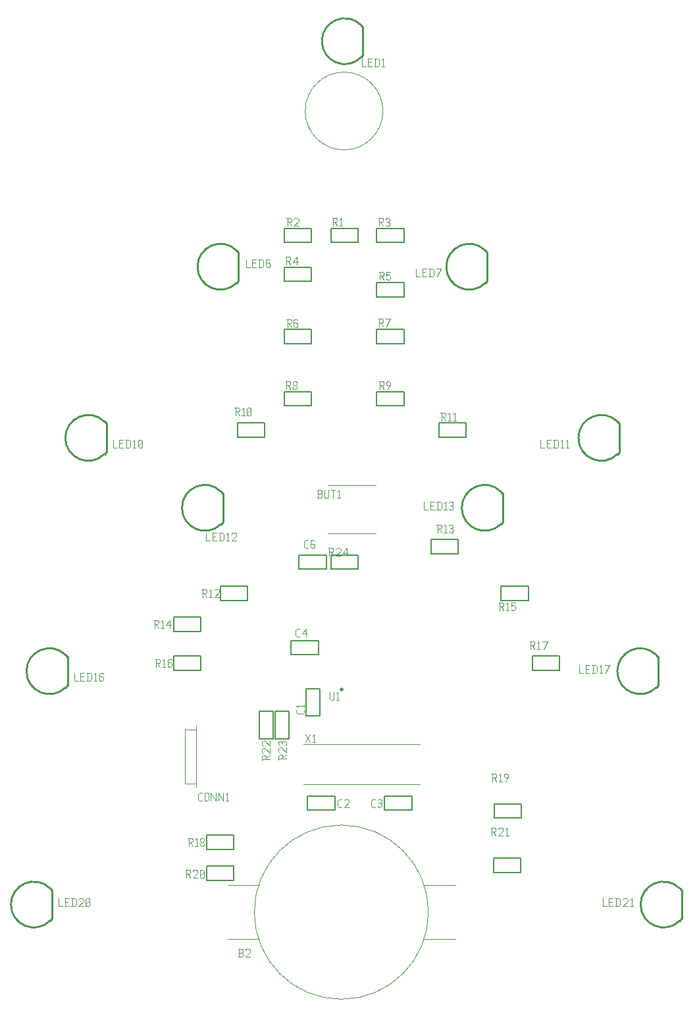
<source format=gbr>
G04 start of page 8 for group -4079 idx -4079 *
G04 Title: (unknown), topsilk *
G04 Creator: pcb 20140316 *
G04 CreationDate: Wed 05 Dec 2018 13:19:10 GMT UTC *
G04 For: david *
G04 Format: Gerber/RS-274X *
G04 PCB-Dimensions (mil): 5803.15 7874.02 *
G04 PCB-Coordinate-Origin: lower left *
%MOIN*%
%FSLAX25Y25*%
%LNTOPSILK*%
%ADD80C,0.0040*%
%ADD79C,0.0197*%
%ADD78C,0.0039*%
%ADD77C,0.0100*%
%ADD76C,0.0059*%
G54D76*X161772Y428346D02*Y414568D01*
X168936Y428346D02*Y414568D01*
X161772D02*X168936D01*
X161772Y428346D02*X168936D01*
X153898D02*Y414568D01*
X161062Y428346D02*Y414568D01*
X153898D02*X161062D01*
X153898Y428346D02*X161062D01*
G54D77*X48933Y337909D02*Y323409D01*
X47933Y338809D02*X48933Y337809D01*
X47933Y322409D02*X48833Y323309D01*
X47936Y338811D02*G75*G03X47936Y322406I-8202J-8202D01*G01*
G54D76*X127165Y358623D02*X140943D01*
X127165Y365787D02*X140943D01*
Y358623D01*
X127165Y365787D02*Y358623D01*
G54D78*X137795Y340551D02*X153543D01*
X137795Y312993D02*X153543D01*
X253149Y340551D02*X237401D01*
X253149Y312993D02*X237401D01*
X151378Y326772D02*G75*G02X151378Y326772I44094J0D01*G01*
G54D76*X127165Y342875D02*X140943D01*
X127165Y350039D02*X140943D01*
Y342875D01*
X127165Y350039D02*Y342875D01*
G54D77*X135547Y538696D02*Y524196D01*
X134547Y539596D02*X135547Y538596D01*
X134547Y523196D02*X135447Y524096D01*
X134550Y539599D02*G75*G03X134550Y523194I-8202J-8202D01*G01*
X56807Y456019D02*Y441519D01*
X55807Y456919D02*X56807Y455919D01*
X55807Y440519D02*X56707Y441419D01*
X55810Y456921D02*G75*G03X55810Y440516I-8202J-8202D01*G01*
G54D76*X134253Y484607D02*X148031D01*
X134253Y491771D02*X148031D01*
Y484607D01*
X134253Y491771D02*Y484607D01*
X110631Y468859D02*X124409D01*
X110631Y476023D02*X124409D01*
Y468859D01*
X110631Y476023D02*Y468859D01*
X110630Y449174D02*X124408D01*
X110630Y456338D02*X124408D01*
Y449174D01*
X110630Y456338D02*Y449174D01*
X177520Y439764D02*Y425986D01*
X184684Y439764D02*Y425986D01*
X177520D02*X184684D01*
X177520Y439764D02*X184684D01*
X170080Y464212D02*X183858D01*
X170080Y457048D02*X183858D01*
X170080Y464212D02*Y457048D01*
X183858Y464212D02*Y457048D01*
X174017Y507519D02*X187795D01*
X174017Y500355D02*X187795D01*
X174017Y507519D02*Y500355D01*
X187795Y507519D02*Y500355D01*
X190158Y507519D02*X203936D01*
X190158Y500355D02*X203936D01*
X190158Y507519D02*Y500355D01*
X203936Y507519D02*Y500355D01*
X240947Y515393D02*X254725D01*
X240947Y508229D02*X254725D01*
X240947Y515393D02*Y508229D01*
X254725Y515393D02*Y508229D01*
G54D78*X121851Y421043D02*Y389981D01*
X116418Y419094D02*Y391930D01*
Y419094D02*X121851D01*
X116418Y391930D02*X121851D01*
G54D77*X206413Y774917D02*Y760417D01*
X205413Y775817D02*X206413Y774817D01*
X205413Y759417D02*X206313Y760317D01*
X205416Y775819D02*G75*G03X205416Y759414I-8202J-8202D01*G01*
G54D78*X177165Y732283D02*G75*G03X177165Y732283I19685J0D01*G01*
G54D76*X213387Y672873D02*X227165D01*
X213387Y665709D02*X227165D01*
X213387Y672873D02*Y665709D01*
X227165Y672873D02*Y665709D01*
X190158Y672873D02*X203936D01*
X190158Y665709D02*X203936D01*
X190158Y672873D02*Y665709D01*
X203936Y672873D02*Y665709D01*
X166535D02*X180313D01*
X166535Y672873D02*X180313D01*
Y665709D01*
X166535Y672873D02*Y665709D01*
G54D77*X76492Y574129D02*Y559629D01*
X75492Y575029D02*X76492Y574029D01*
X75492Y558629D02*X76392Y559529D01*
X75495Y575032D02*G75*G03X75495Y558627I-8202J-8202D01*G01*
X143421Y660743D02*Y646243D01*
X142421Y661643D02*X143421Y660643D01*
X142421Y645243D02*X143321Y646143D01*
X142424Y661646D02*G75*G03X142424Y645241I-8202J-8202D01*G01*
G54D76*X166535Y646024D02*X180313D01*
X166535Y653188D02*X180313D01*
Y646024D01*
X166535Y653188D02*Y646024D01*
G54D77*X336335Y574129D02*Y559629D01*
X335335Y575029D02*X336335Y574029D01*
X335335Y558629D02*X336235Y559529D01*
X335337Y575032D02*G75*G03X335337Y558627I-8202J-8202D01*G01*
G54D76*X244884Y574448D02*X258662D01*
X244884Y567284D02*X258662D01*
X244884Y574448D02*Y567284D01*
X258662Y574448D02*Y567284D01*
G54D77*X269406Y660743D02*Y646243D01*
X268406Y661643D02*X269406Y660643D01*
X268406Y645243D02*X269306Y646143D01*
X268408Y661646D02*G75*G03X268408Y645241I-8202J-8202D01*G01*
G54D76*X213387Y645314D02*X227165D01*
X213387Y638150D02*X227165D01*
X213387Y645314D02*Y638150D01*
X227165Y645314D02*Y638150D01*
X213387Y621692D02*X227165D01*
X213387Y614528D02*X227165D01*
X213387Y621692D02*Y614528D01*
X227165Y621692D02*Y614528D01*
X213387Y590196D02*X227165D01*
X213387Y583032D02*X227165D01*
X213387Y590196D02*Y583032D01*
X227165Y590196D02*Y583032D01*
X166535D02*X180313D01*
X166535Y590196D02*X180313D01*
Y583032D01*
X166535Y590196D02*Y583032D01*
Y614528D02*X180313D01*
X166535Y621692D02*X180313D01*
Y614528D01*
X166535Y621692D02*Y614528D01*
X142913Y567284D02*X156691D01*
X142913Y574448D02*X156691D01*
Y567284D01*
X142913Y574448D02*Y567284D01*
G54D77*X367831Y337909D02*Y323409D01*
X366831Y338809D02*X367831Y337809D01*
X366831Y322409D02*X367731Y323309D01*
X366833Y338811D02*G75*G03X366833Y322406I-8202J-8202D01*G01*
X356020Y456019D02*Y441519D01*
X355020Y456919D02*X356020Y455919D01*
X355020Y440519D02*X355920Y441419D01*
X355022Y456921D02*G75*G03X355022Y440516I-8202J-8202D01*G01*
G54D79*X195669Y439370D03*
G54D78*X188680Y542716D02*X213090D01*
X188680Y518308D02*X213090D01*
G54D77*X277280Y538696D02*Y524196D01*
X276280Y539596D02*X277280Y538596D01*
X276280Y523196D02*X277180Y524096D01*
X276282Y539599D02*G75*G03X276282Y523194I-8202J-8202D01*G01*
G54D78*X176182Y391339D02*X235236D01*
X176182Y411811D02*X235236D01*
G54D76*X178346Y378308D02*X192124D01*
X178346Y385472D02*X192124D01*
Y378308D01*
X178346Y385472D02*Y378308D01*
X217324Y385472D02*X231102D01*
X217324Y378308D02*X231102D01*
X217324Y385472D02*Y378308D01*
X231102Y385472D02*Y378308D01*
X292128Y456338D02*X305906D01*
X292128Y449174D02*X305906D01*
X292128Y456338D02*Y449174D01*
X305906Y456338D02*Y449174D01*
X276380Y491771D02*X290158D01*
X276380Y484607D02*X290158D01*
X276380Y491771D02*Y484607D01*
X290158Y491771D02*Y484607D01*
X272836Y381535D02*X286614D01*
X272836Y374371D02*X286614D01*
X272836Y381535D02*Y374371D01*
X286614Y381535D02*Y374371D01*
X272443Y353976D02*X286221D01*
X272443Y346812D02*X286221D01*
X272443Y353976D02*Y346812D01*
X286221Y353976D02*Y346812D01*
G54D80*X205787Y758843D02*Y754843D01*
X207787D01*
X208987Y757043D02*X210487D01*
X208987Y754843D02*X210987D01*
X208987Y758843D02*Y754843D01*
Y758843D02*X210987D01*
X212687D02*Y754843D01*
X213987Y758843D02*X214687Y758143D01*
Y755543D01*
X213987Y754843D02*X214687Y755543D01*
X212187Y754843D02*X213987D01*
X212187Y758843D02*X213987D01*
X215887Y758043D02*X216687Y758843D01*
Y754843D01*
X215887D02*X217387D01*
X147165Y657189D02*Y653189D01*
X149165D01*
X150365Y655389D02*X151865D01*
X150365Y653189D02*X152365D01*
X150365Y657189D02*Y653189D01*
Y657189D02*X152365D01*
X154065D02*Y653189D01*
X155365Y657189D02*X156065Y656489D01*
Y653889D01*
X155365Y653189D02*X156065Y653889D01*
X153565Y653189D02*X155365D01*
X153565Y657189D02*X155365D01*
X158765D02*X159265Y656689D01*
X157765Y657189D02*X158765D01*
X157265Y656689D02*X157765Y657189D01*
X157265Y656689D02*Y653689D01*
X157765Y653189D01*
X158765Y655389D02*X159265Y654889D01*
X157265Y655389D02*X158765D01*
X157765Y653189D02*X158765D01*
X159265Y653689D01*
Y654889D02*Y653689D01*
X79803Y565929D02*Y561929D01*
X81803D01*
X83003Y564129D02*X84503D01*
X83003Y561929D02*X85003D01*
X83003Y565929D02*Y561929D01*
Y565929D02*X85003D01*
X86703D02*Y561929D01*
X88003Y565929D02*X88703Y565229D01*
Y562629D01*
X88003Y561929D02*X88703Y562629D01*
X86203Y561929D02*X88003D01*
X86203Y565929D02*X88003D01*
X89903Y565129D02*X90703Y565929D01*
Y561929D01*
X89903D02*X91403D01*
X92603Y562429D02*X93103Y561929D01*
X92603Y565429D02*Y562429D01*
Y565429D02*X93103Y565929D01*
X94103D01*
X94603Y565429D01*
Y562429D01*
X94103Y561929D02*X94603Y562429D01*
X93103Y561929D02*X94103D01*
X92603Y562929D02*X94603Y564929D01*
X141276Y581992D02*X143276D01*
X143776Y581492D01*
Y580492D01*
X143276Y579992D02*X143776Y580492D01*
X141776Y579992D02*X143276D01*
X141776Y581992D02*Y577992D01*
X142576Y579992D02*X143776Y577992D01*
X144976Y581192D02*X145776Y581992D01*
Y577992D01*
X144976D02*X146476D01*
X147676Y578492D02*X148176Y577992D01*
X147676Y581492D02*Y578492D01*
Y581492D02*X148176Y581992D01*
X149176D01*
X149676Y581492D01*
Y578492D01*
X149176Y577992D02*X149676Y578492D01*
X148176Y577992D02*X149176D01*
X147676Y578992D02*X149676Y580992D01*
X183236Y536370D02*X185236D01*
X185736Y536870D01*
Y538070D02*Y536870D01*
X185236Y538570D02*X185736Y538070D01*
X183736Y538570D02*X185236D01*
X183736Y540370D02*Y536370D01*
X183236Y540370D02*X185236D01*
X185736Y539870D01*
Y539070D01*
X185236Y538570D02*X185736Y539070D01*
X186936Y540370D02*Y536870D01*
X187436Y536370D01*
X188436D01*
X188936Y536870D01*
Y540370D02*Y536870D01*
X190136Y540370D02*X192136D01*
X191136D02*Y536370D01*
X193336Y539570D02*X194136Y540370D01*
Y536370D01*
X193336D02*X194836D01*
X177409Y511063D02*X178709D01*
X176709Y511763D02*X177409Y511063D01*
X176709Y514363D02*Y511763D01*
Y514363D02*X177409Y515063D01*
X178709D01*
X181409D02*X181909Y514563D01*
X180409Y515063D02*X181409D01*
X179909Y514563D02*X180409Y515063D01*
X179909Y514563D02*Y511563D01*
X180409Y511063D01*
X181409Y513263D02*X181909Y512763D01*
X179909Y513263D02*X181409D01*
X180409Y511063D02*X181409D01*
X181909Y511563D01*
Y512763D02*Y511563D01*
X188913Y511126D02*X190913D01*
X191413Y510626D01*
Y509626D01*
X190913Y509126D02*X191413Y509626D01*
X189413Y509126D02*X190913D01*
X189413Y511126D02*Y507126D01*
X190213Y509126D02*X191413Y507126D01*
X192613Y510626D02*X193113Y511126D01*
X194613D01*
X195113Y510626D01*
Y509626D01*
X192613Y507126D02*X195113Y509626D01*
X192613Y507126D02*X195113D01*
X196313Y508626D02*X198313Y511126D01*
X196313Y508626D02*X198813D01*
X198313Y511126D02*Y507126D01*
X237283Y534433D02*Y530433D01*
X239283D01*
X240483Y532633D02*X241983D01*
X240483Y530433D02*X242483D01*
X240483Y534433D02*Y530433D01*
Y534433D02*X242483D01*
X244183D02*Y530433D01*
X245483Y534433D02*X246183Y533733D01*
Y531133D01*
X245483Y530433D02*X246183Y531133D01*
X243683Y530433D02*X245483D01*
X243683Y534433D02*X245483D01*
X247383Y533633D02*X248183Y534433D01*
Y530433D01*
X247383D02*X248883D01*
X250083Y533933D02*X250583Y534433D01*
X251583D01*
X252083Y533933D01*
X251583Y530433D02*X252083Y530933D01*
X250583Y530433D02*X251583D01*
X250083Y530933D02*X250583Y530433D01*
Y532633D02*X251583D01*
X252083Y533933D02*Y533133D01*
Y532133D02*Y530933D01*
Y532133D02*X251583Y532633D01*
X252083Y533133D02*X251583Y532633D01*
X243639Y522937D02*X245639D01*
X246139Y522437D01*
Y521437D01*
X245639Y520937D02*X246139Y521437D01*
X244139Y520937D02*X245639D01*
X244139Y522937D02*Y518937D01*
X244939Y520937D02*X246139Y518937D01*
X247339Y522137D02*X248139Y522937D01*
Y518937D01*
X247339D02*X248839D01*
X250039Y522437D02*X250539Y522937D01*
X251539D01*
X252039Y522437D01*
X251539Y518937D02*X252039Y519437D01*
X250539Y518937D02*X251539D01*
X250039Y519437D02*X250539Y518937D01*
Y521137D02*X251539D01*
X252039Y522437D02*Y521637D01*
Y520637D02*Y519437D01*
Y520637D02*X251539Y521137D01*
X252039Y521637D02*X251539Y521137D01*
X296339Y565929D02*Y561929D01*
X298339D01*
X299539Y564129D02*X301039D01*
X299539Y561929D02*X301539D01*
X299539Y565929D02*Y561929D01*
Y565929D02*X301539D01*
X303239D02*Y561929D01*
X304539Y565929D02*X305239Y565229D01*
Y562629D01*
X304539Y561929D02*X305239Y562629D01*
X302739Y561929D02*X304539D01*
X302739Y565929D02*X304539D01*
X306439Y565129D02*X307239Y565929D01*
Y561929D01*
X306439D02*X307939D01*
X309139Y565129D02*X309939Y565929D01*
Y561929D01*
X309139D02*X310639D01*
X290883Y463882D02*X292883D01*
X293383Y463382D01*
Y462382D01*
X292883Y461882D02*X293383Y462382D01*
X291383Y461882D02*X292883D01*
X291383Y463882D02*Y459882D01*
X292183Y461882D02*X293383Y459882D01*
X294583Y463082D02*X295383Y463882D01*
Y459882D01*
X294583D02*X296083D01*
X297783D02*X299783Y463882D01*
X297283D02*X299783D01*
X275135Y483567D02*X277135D01*
X277635Y483067D01*
Y482067D01*
X277135Y481567D02*X277635Y482067D01*
X275635Y481567D02*X277135D01*
X275635Y483567D02*Y479567D01*
X276435Y481567D02*X277635Y479567D01*
X278835Y482767D02*X279635Y483567D01*
Y479567D01*
X278835D02*X280335D01*
X281535Y483567D02*X283535D01*
X281535D02*Y481567D01*
X282035Y482067D01*
X283035D01*
X283535Y481567D01*
Y480067D01*
X283035Y479567D02*X283535Y480067D01*
X282035Y479567D02*X283035D01*
X281535Y480067D02*X282035Y479567D01*
X127047Y518685D02*Y514685D01*
X129047D01*
X130247Y516885D02*X131747D01*
X130247Y514685D02*X132247D01*
X130247Y518685D02*Y514685D01*
Y518685D02*X132247D01*
X133947D02*Y514685D01*
X135247Y518685D02*X135947Y517985D01*
Y515385D01*
X135247Y514685D02*X135947Y515385D01*
X133447Y514685D02*X135247D01*
X133447Y518685D02*X135247D01*
X137147Y517885D02*X137947Y518685D01*
Y514685D01*
X137147D02*X138647D01*
X139847Y518185D02*X140347Y518685D01*
X141847D01*
X142347Y518185D01*
Y517185D01*
X139847Y514685D02*X142347Y517185D01*
X139847Y514685D02*X142347D01*
X100330Y474512D02*X102330D01*
X102830Y474012D01*
Y473012D01*
X102330Y472512D02*X102830Y473012D01*
X100830Y472512D02*X102330D01*
X100830Y474512D02*Y470512D01*
X101630Y472512D02*X102830Y470512D01*
X104030Y473712D02*X104830Y474512D01*
Y470512D01*
X104030D02*X105530D01*
X106730Y472012D02*X108730Y474512D01*
X106730Y472012D02*X109230D01*
X108730Y474512D02*Y470512D01*
X173079Y466181D02*X174379D01*
X172379Y466881D02*X173079Y466181D01*
X172379Y469481D02*Y466881D01*
Y469481D02*X173079Y470181D01*
X174379D01*
X175579Y467681D02*X177579Y470181D01*
X175579Y467681D02*X178079D01*
X177579Y470181D02*Y466181D01*
X124739Y490260D02*X126739D01*
X127239Y489760D01*
Y488760D01*
X126739Y488260D02*X127239Y488760D01*
X125239Y488260D02*X126739D01*
X125239Y490260D02*Y486260D01*
X126039Y488260D02*X127239Y486260D01*
X128439Y489460D02*X129239Y490260D01*
Y486260D01*
X128439D02*X129939D01*
X131139Y489760D02*X131639Y490260D01*
X133139D01*
X133639Y489760D01*
Y488760D01*
X131139Y486260D02*X133639Y488760D01*
X131139Y486260D02*X133639D01*
X233346Y652543D02*Y648543D01*
X235346D01*
X236546Y650743D02*X238046D01*
X236546Y648543D02*X238546D01*
X236546Y652543D02*Y648543D01*
Y652543D02*X238546D01*
X240246D02*Y648543D01*
X241546Y652543D02*X242246Y651843D01*
Y649243D01*
X241546Y648543D02*X242246Y649243D01*
X239746Y648543D02*X241546D01*
X239746Y652543D02*X241546D01*
X243946Y648543D02*X245946Y652543D01*
X243446D02*X245946D01*
X190882Y678055D02*X192882D01*
X193382Y677555D01*
Y676555D01*
X192882Y676055D02*X193382Y676555D01*
X191382Y676055D02*X192882D01*
X191382Y678055D02*Y674055D01*
X192182Y676055D02*X193382Y674055D01*
X194582Y677255D02*X195382Y678055D01*
Y674055D01*
X194582D02*X196082D01*
X214505Y650890D02*X216505D01*
X217005Y650390D01*
Y649390D01*
X216505Y648890D02*X217005Y649390D01*
X215005Y648890D02*X216505D01*
X215005Y650890D02*Y646890D01*
X215805Y648890D02*X217005Y646890D01*
X218205Y650890D02*X220205D01*
X218205D02*Y648890D01*
X218705Y649390D01*
X219705D01*
X220205Y648890D01*
Y647390D01*
X219705Y646890D02*X220205Y647390D01*
X218705Y646890D02*X219705D01*
X218205Y647390D02*X218705Y646890D01*
X214111Y627268D02*X216111D01*
X216611Y626768D01*
Y625768D01*
X216111Y625268D02*X216611Y625768D01*
X214611Y625268D02*X216111D01*
X214611Y627268D02*Y623268D01*
X215411Y625268D02*X216611Y623268D01*
X218311D02*X220311Y627268D01*
X217811D02*X220311D01*
X214111Y678055D02*X216111D01*
X216611Y677555D01*
Y676555D01*
X216111Y676055D02*X216611Y676555D01*
X214611Y676055D02*X216111D01*
X214611Y678055D02*Y674055D01*
X215411Y676055D02*X216611Y674055D01*
X217811Y677555D02*X218311Y678055D01*
X219311D01*
X219811Y677555D01*
X219311Y674055D02*X219811Y674555D01*
X218311Y674055D02*X219311D01*
X217811Y674555D02*X218311Y674055D01*
Y676255D02*X219311D01*
X219811Y677555D02*Y676755D01*
Y675755D02*Y674555D01*
Y675755D02*X219311Y676255D01*
X219811Y676755D02*X219311Y676255D01*
X167651Y678055D02*X169651D01*
X170151Y677555D01*
Y676555D01*
X169651Y676055D02*X170151Y676555D01*
X168151Y676055D02*X169651D01*
X168151Y678055D02*Y674055D01*
X168951Y676055D02*X170151Y674055D01*
X171351Y677555D02*X171851Y678055D01*
X173351D01*
X173851Y677555D01*
Y676555D01*
X171351Y674055D02*X173851Y676555D01*
X171351Y674055D02*X173851D01*
X167261Y658370D02*X169261D01*
X169761Y657870D01*
Y656870D01*
X169261Y656370D02*X169761Y656870D01*
X167761Y656370D02*X169261D01*
X167761Y658370D02*Y654370D01*
X168561Y656370D02*X169761Y654370D01*
X170961Y655870D02*X172961Y658370D01*
X170961Y655870D02*X173461D01*
X172961Y658370D02*Y654370D01*
X167654Y626874D02*X169654D01*
X170154Y626374D01*
Y625374D01*
X169654Y624874D02*X170154Y625374D01*
X168154Y624874D02*X169654D01*
X168154Y626874D02*Y622874D01*
X168954Y624874D02*X170154Y622874D01*
X172854Y626874D02*X173354Y626374D01*
X171854Y626874D02*X172854D01*
X171354Y626374D02*X171854Y626874D01*
X171354Y626374D02*Y623374D01*
X171854Y622874D01*
X172854Y625074D02*X173354Y624574D01*
X171354Y625074D02*X172854D01*
X171854Y622874D02*X172854D01*
X173354Y623374D01*
Y624574D02*Y623374D01*
X167261Y595378D02*X169261D01*
X169761Y594878D01*
Y593878D01*
X169261Y593378D02*X169761Y593878D01*
X167761Y593378D02*X169261D01*
X167761Y595378D02*Y591378D01*
X168561Y593378D02*X169761Y591378D01*
X170961Y591878D02*X171461Y591378D01*
X170961Y592678D02*Y591878D01*
Y592678D02*X171661Y593378D01*
X172261D01*
X172961Y592678D01*
Y591878D01*
X172461Y591378D02*X172961Y591878D01*
X171461Y591378D02*X172461D01*
X170961Y594078D02*X171661Y593378D01*
X170961Y594878D02*Y594078D01*
Y594878D02*X171461Y595378D01*
X172461D01*
X172961Y594878D01*
Y594078D01*
X172261Y593378D02*X172961Y594078D01*
X214505Y595378D02*X216505D01*
X217005Y594878D01*
Y593878D01*
X216505Y593378D02*X217005Y593878D01*
X215005Y593378D02*X216505D01*
X215005Y595378D02*Y591378D01*
X215805Y593378D02*X217005Y591378D01*
X218705D02*X220205Y593378D01*
Y594878D02*Y593378D01*
X219705Y595378D02*X220205Y594878D01*
X218705Y595378D02*X219705D01*
X218205Y594878D02*X218705Y595378D01*
X218205Y594878D02*Y593878D01*
X218705Y593378D01*
X220205D01*
X245607Y579630D02*X247607D01*
X248107Y579130D01*
Y578130D01*
X247607Y577630D02*X248107Y578130D01*
X246107Y577630D02*X247607D01*
X246107Y579630D02*Y575630D01*
X246907Y577630D02*X248107Y575630D01*
X249307Y578830D02*X250107Y579630D01*
Y575630D01*
X249307D02*X250807D01*
X252007Y578830D02*X252807Y579630D01*
Y575630D01*
X252007D02*X253507D01*
X143197Y304008D02*X145197D01*
X145697Y304508D01*
Y305708D02*Y304508D01*
X145197Y306208D02*X145697Y305708D01*
X143697Y306208D02*X145197D01*
X143697Y308008D02*Y304008D01*
X143197Y308008D02*X145197D01*
X145697Y307508D01*
Y306708D01*
X145197Y306208D02*X145697Y306708D01*
X146897Y307508D02*X147397Y308008D01*
X148897D01*
X149397Y307508D01*
Y306508D01*
X146897Y304008D02*X149397Y306508D01*
X146897Y304008D02*X149397D01*
X327835Y333646D02*Y329646D01*
X329835D01*
X331035Y331846D02*X332535D01*
X331035Y329646D02*X333035D01*
X331035Y333646D02*Y329646D01*
Y333646D02*X333035D01*
X334735D02*Y329646D01*
X336035Y333646D02*X336735Y332946D01*
Y330346D01*
X336035Y329646D02*X336735Y330346D01*
X334235Y329646D02*X336035D01*
X334235Y333646D02*X336035D01*
X337935Y333146D02*X338435Y333646D01*
X339935D01*
X340435Y333146D01*
Y332146D01*
X337935Y329646D02*X340435Y332146D01*
X337935Y329646D02*X340435D01*
X341635Y332846D02*X342435Y333646D01*
Y329646D01*
X341635D02*X343135D01*
X52244Y333646D02*Y329646D01*
X54244D01*
X55444Y331846D02*X56944D01*
X55444Y329646D02*X57444D01*
X55444Y333646D02*Y329646D01*
Y333646D02*X57444D01*
X59144D02*Y329646D01*
X60444Y333646D02*X61144Y332946D01*
Y330346D01*
X60444Y329646D02*X61144Y330346D01*
X58644Y329646D02*X60444D01*
X58644Y333646D02*X60444D01*
X62344Y333146D02*X62844Y333646D01*
X64344D01*
X64844Y333146D01*
Y332146D01*
X62344Y329646D02*X64844Y332146D01*
X62344Y329646D02*X64844D01*
X66044Y330146D02*X66544Y329646D01*
X66044Y333146D02*Y330146D01*
Y333146D02*X66544Y333646D01*
X67544D01*
X68044Y333146D01*
Y330146D01*
X67544Y329646D02*X68044Y330146D01*
X66544Y329646D02*X67544D01*
X66044Y330646D02*X68044Y332646D01*
X176732Y429103D02*Y427803D01*
X176032Y427103D02*X176732Y427803D01*
X173432Y427103D02*X176032D01*
X173432D02*X172732Y427803D01*
Y429103D02*Y427803D01*
X173532Y430303D02*X172732Y431103D01*
X176732D01*
Y431803D02*Y430303D01*
X177102Y412748D02*X179602Y416748D01*
X177102D02*X179602Y412748D01*
X180802Y415948D02*X181602Y416748D01*
Y412748D01*
X180802D02*X182302D01*
X163677Y405874D02*Y403874D01*
Y405874D02*X164177Y406374D01*
X165177D01*
X165677Y405874D02*X165177Y406374D01*
X165677Y405874D02*Y404374D01*
X163677D02*X167677D01*
X165677Y405174D02*X167677Y406374D01*
X164177Y407574D02*X163677Y408074D01*
Y409574D02*Y408074D01*
Y409574D02*X164177Y410074D01*
X165177D01*
X167677Y407574D02*X165177Y410074D01*
X167677D02*Y407574D01*
X164177Y411274D02*X163677Y411774D01*
Y412774D02*Y411774D01*
Y412774D02*X164177Y413274D01*
X167677Y412774D02*X167177Y413274D01*
X167677Y412774D02*Y411774D01*
X167177Y411274D02*X167677Y411774D01*
X165477Y412774D02*Y411774D01*
X164177Y413274D02*X164977D01*
X165977D02*X167177D01*
X165977D02*X165477Y412774D01*
X164977Y413274D02*X165477Y412774D01*
X155409Y405480D02*Y403480D01*
Y405480D02*X155909Y405980D01*
X156909D01*
X157409Y405480D02*X156909Y405980D01*
X157409Y405480D02*Y403980D01*
X155409D02*X159409D01*
X157409Y404780D02*X159409Y405980D01*
X155909Y407180D02*X155409Y407680D01*
Y409180D02*Y407680D01*
Y409180D02*X155909Y409680D01*
X156909D01*
X159409Y407180D02*X156909Y409680D01*
X159409D02*Y407180D01*
X155909Y410880D02*X155409Y411380D01*
Y412880D02*Y411380D01*
Y412880D02*X155909Y413380D01*
X156909D01*
X159409Y410880D02*X156909Y413380D01*
X159409D02*Y410880D01*
X116470Y348134D02*X118470D01*
X118970Y347634D01*
Y346634D01*
X118470Y346134D02*X118970Y346634D01*
X116970Y346134D02*X118470D01*
X116970Y348134D02*Y344134D01*
X117770Y346134D02*X118970Y344134D01*
X120170Y347634D02*X120670Y348134D01*
X122170D01*
X122670Y347634D01*
Y346634D01*
X120170Y344134D02*X122670Y346634D01*
X120170Y344134D02*X122670D01*
X123870Y344634D02*X124370Y344134D01*
X123870Y347634D02*Y344634D01*
Y347634D02*X124370Y348134D01*
X125370D01*
X125870Y347634D01*
Y344634D01*
X125370Y344134D02*X125870Y344634D01*
X124370Y344134D02*X125370D01*
X123870Y345134D02*X125870Y347134D01*
X117654Y364276D02*X119654D01*
X120154Y363776D01*
Y362776D01*
X119654Y362276D02*X120154Y362776D01*
X118154Y362276D02*X119654D01*
X118154Y364276D02*Y360276D01*
X118954Y362276D02*X120154Y360276D01*
X121354Y363476D02*X122154Y364276D01*
Y360276D01*
X121354D02*X122854D01*
X124054Y360776D02*X124554Y360276D01*
X124054Y361576D02*Y360776D01*
Y361576D02*X124754Y362276D01*
X125354D01*
X126054Y361576D01*
Y360776D01*
X125554Y360276D02*X126054Y360776D01*
X124554Y360276D02*X125554D01*
X124054Y362976D02*X124754Y362276D01*
X124054Y363776D02*Y362976D01*
Y363776D02*X124554Y364276D01*
X125554D01*
X126054Y363776D01*
Y362976D01*
X125354Y362276D02*X126054Y362976D01*
X123700Y383142D02*X125000D01*
X123000Y383842D02*X123700Y383142D01*
X123000Y386442D02*Y383842D01*
Y386442D02*X123700Y387142D01*
X125000D01*
X126200Y386642D02*Y383642D01*
Y386642D02*X126700Y387142D01*
X127700D01*
X128200Y386642D01*
Y383642D01*
X127700Y383142D02*X128200Y383642D01*
X126700Y383142D02*X127700D01*
X126200Y383642D02*X126700Y383142D01*
X129400Y387142D02*Y383142D01*
Y387142D02*X131900Y383142D01*
Y387142D02*Y383142D01*
X133100Y387142D02*Y383142D01*
Y387142D02*X135600Y383142D01*
Y387142D02*Y383142D01*
X136800Y386342D02*X137600Y387142D01*
Y383142D01*
X136800D02*X138300D01*
X271591Y396953D02*X273591D01*
X274091Y396453D01*
Y395453D01*
X273591Y394953D02*X274091Y395453D01*
X272091Y394953D02*X273591D01*
X272091Y396953D02*Y392953D01*
X272891Y394953D02*X274091Y392953D01*
X275291Y396153D02*X276091Y396953D01*
Y392953D01*
X275291D02*X276791D01*
X278491D02*X279991Y394953D01*
Y396453D02*Y394953D01*
X279491Y396953D02*X279991Y396453D01*
X278491Y396953D02*X279491D01*
X277991Y396453D02*X278491Y396953D01*
X277991Y396453D02*Y395453D01*
X278491Y394953D01*
X279991D01*
X194339Y379961D02*X195639D01*
X193639Y380661D02*X194339Y379961D01*
X193639Y383261D02*Y380661D01*
Y383261D02*X194339Y383961D01*
X195639D01*
X196839Y383461D02*X197339Y383961D01*
X198839D01*
X199339Y383461D01*
Y382461D01*
X196839Y379961D02*X199339Y382461D01*
X196839Y379961D02*X199339D01*
X211268D02*X212568D01*
X210568Y380661D02*X211268Y379961D01*
X210568Y383261D02*Y380661D01*
Y383261D02*X211268Y383961D01*
X212568D01*
X213768Y383461D02*X214268Y383961D01*
X215268D01*
X215768Y383461D01*
X215268Y379961D02*X215768Y380461D01*
X214268Y379961D02*X215268D01*
X213768Y380461D02*X214268Y379961D01*
Y382161D02*X215268D01*
X215768Y383461D02*Y382661D01*
Y381661D02*Y380461D01*
Y381661D02*X215268Y382161D01*
X215768Y382661D02*X215268Y382161D01*
X316024Y451756D02*Y447756D01*
X318024D01*
X319224Y449956D02*X320724D01*
X319224Y447756D02*X321224D01*
X319224Y451756D02*Y447756D01*
Y451756D02*X321224D01*
X322924D02*Y447756D01*
X324224Y451756D02*X324924Y451056D01*
Y448456D01*
X324224Y447756D02*X324924Y448456D01*
X322424Y447756D02*X324224D01*
X322424Y451756D02*X324224D01*
X326124Y450956D02*X326924Y451756D01*
Y447756D01*
X326124D02*X327624D01*
X329324D02*X331324Y451756D01*
X328824D02*X331324D01*
X60118Y447819D02*Y443819D01*
X62118D01*
X63318Y446019D02*X64818D01*
X63318Y443819D02*X65318D01*
X63318Y447819D02*Y443819D01*
Y447819D02*X65318D01*
X67018D02*Y443819D01*
X68318Y447819D02*X69018Y447119D01*
Y444519D01*
X68318Y443819D02*X69018Y444519D01*
X66518Y443819D02*X68318D01*
X66518Y447819D02*X68318D01*
X70218Y447019D02*X71018Y447819D01*
Y443819D01*
X70218D02*X71718D01*
X74418Y447819D02*X74918Y447319D01*
X73418Y447819D02*X74418D01*
X72918Y447319D02*X73418Y447819D01*
X72918Y447319D02*Y444319D01*
X73418Y443819D01*
X74418Y446019D02*X74918Y445519D01*
X72918Y446019D02*X74418D01*
X73418Y443819D02*X74418D01*
X74918Y444319D01*
Y445519D02*Y444319D01*
X189700Y438292D02*Y434792D01*
X190200Y434292D01*
X191200D01*
X191700Y434792D01*
Y438292D02*Y434792D01*
X192900Y437492D02*X193700Y438292D01*
Y434292D01*
X192900D02*X194400D01*
X101116Y454827D02*X103116D01*
X103616Y454327D01*
Y453327D01*
X103116Y452827D02*X103616Y453327D01*
X101616Y452827D02*X103116D01*
X101616Y454827D02*Y450827D01*
X102416Y452827D02*X103616Y450827D01*
X104816Y454027D02*X105616Y454827D01*
Y450827D01*
X104816D02*X106316D01*
X109016Y454827D02*X109516Y454327D01*
X108016Y454827D02*X109016D01*
X107516Y454327D02*X108016Y454827D01*
X107516Y454327D02*Y451327D01*
X108016Y450827D01*
X109016Y453027D02*X109516Y452527D01*
X107516Y453027D02*X109016D01*
X108016Y450827D02*X109016D01*
X109516Y451327D01*
Y452527D02*Y451327D01*
X271198Y369394D02*X273198D01*
X273698Y368894D01*
Y367894D01*
X273198Y367394D02*X273698Y367894D01*
X271698Y367394D02*X273198D01*
X271698Y369394D02*Y365394D01*
X272498Y367394D02*X273698Y365394D01*
X274898Y368894D02*X275398Y369394D01*
X276898D01*
X277398Y368894D01*
Y367894D01*
X274898Y365394D02*X277398Y367894D01*
X274898Y365394D02*X277398D01*
X278598Y368594D02*X279398Y369394D01*
Y365394D01*
X278598D02*X280098D01*
M02*

</source>
